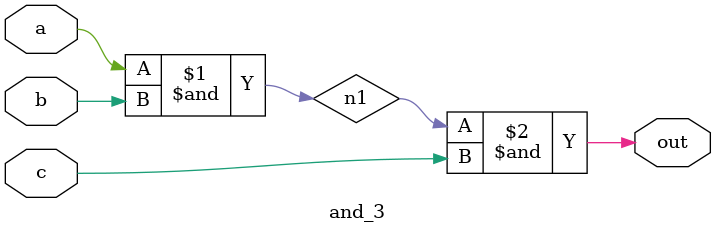
<source format=v>
module and_3 (out, a, b, c);

    // Inputs 
    input a, b, c;

    // Outputs
    output out;

    // Wires
    wire n1;

    // Layer 1
    and and1 (n1, a, b);

    // Layer 2
    and and2 (out, n1, c);

endmodule
</source>
